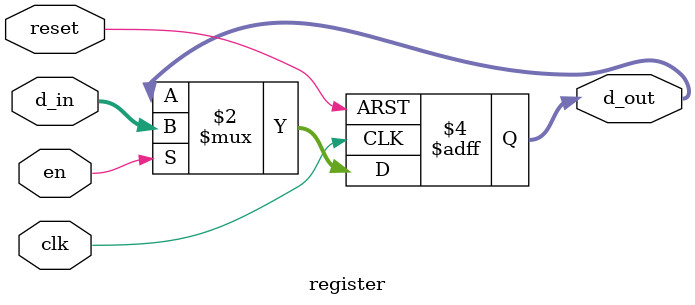
<source format=v>
module register (
	input reset,
	input clk,
	input [15:0] d_in,
	input en,
	output reg [15:0] d_out 
);

	always @(posedge clk or posedge reset) begin
        if (reset) begin
            d_out <= 16'h1234;       // Reset register value to 0
        end 
        else if (en) begin
            d_out <= d_in;        // Update register value when enable is high
        end
    end

endmodule

</source>
